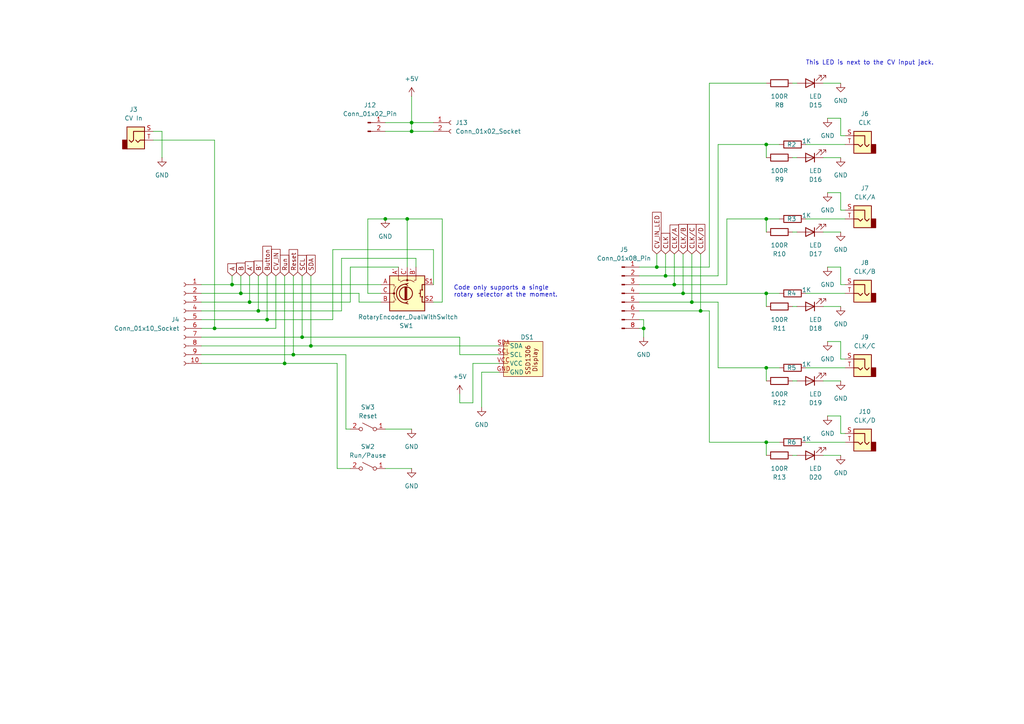
<source format=kicad_sch>
(kicad_sch (version 20250114) (generator "eeschema") (generator_version "9.0")
  (paper "A4")
  (lib_symbols
    (symbol "Connector:Conn_01x02_Pin" (pin_names (offset 1.016) (hide yes))
      (property "Reference" "J" (at 0 2.54 0))
      (property "Value" "Conn_01x02_Pin" (at 0 -5.08 0))
      (symbol "Conn_01x02_Pin_1_1"
        (rectangle (start 0.8636 0.127) (end 0 -0.127) (stroke (width 0.1524)) (fill (type outline)))
        (rectangle (start 0.8636 -2.413) (end 0 -2.667) (stroke (width 0.1524)) (fill (type outline)))
        (polyline (pts (xy 1.27 0) (xy 0.8636 0)) (stroke (width 0.1524)))
        (polyline (pts (xy 1.27 -2.54) (xy 0.8636 -2.54)) (stroke (width 0.1524)))
        (pin passive line (at 5.08 0 180) (length 3.81) (name "Pin_1") (number "1"))
        (pin passive line (at 5.08 -2.54 180) (length 3.81) (name "Pin_2") (number "2"))
      )
    )
    (symbol "Connector:Conn_01x02_Socket" (pin_names (offset 1.016) (hide yes))
      (property "Reference" "J" (at 0 2.54 0))
      (property "Value" "Conn_01x02_Socket" (at 0 -5.08 0))
      (symbol "Conn_01x02_Socket_1_1"
        (polyline (pts (xy -1.27 0) (xy -0.508 0)) (stroke (width 0.1524)))
        (polyline (pts (xy -1.27 -2.54) (xy -0.508 -2.54)) (stroke (width 0.1524)))
        (arc (start 0 -0.508) (mid -0.5058 0) (end 0 0.508) (stroke (width 0.1524)))
        (arc (start 0 -3.048) (mid -0.5058 -2.54) (end 0 -2.032) (stroke (width 0.1524)))
        (pin passive line (at -5.08 0 0) (length 3.81) (name "Pin_1") (number "1"))
        (pin passive line (at -5.08 -2.54 0) (length 3.81) (name "Pin_2") (number "2"))
      )
    )
    (symbol "Connector:Conn_01x08_Pin" (pin_names (offset 1.016) (hide yes))
      (property "Reference" "J" (at 0 10.16 0))
      (property "Value" "Conn_01x08_Pin" (at 0 -12.7 0))
      (symbol "Conn_01x08_Pin_1_1"
        (rectangle (start 0.8636 7.747) (end 0 7.493) (stroke (width 0.1524)) (fill (type outline)))
        (rectangle (start 0.8636 5.207) (end 0 4.953) (stroke (width 0.1524)) (fill (type outline)))
        (rectangle (start 0.8636 2.667) (end 0 2.413) (stroke (width 0.1524)) (fill (type outline)))
        (rectangle (start 0.8636 0.127) (end 0 -0.127) (stroke (width 0.1524)) (fill (type outline)))
        (rectangle (start 0.8636 -2.413) (end 0 -2.667) (stroke (width 0.1524)) (fill (type outline)))
        (rectangle (start 0.8636 -4.953) (end 0 -5.207) (stroke (width 0.1524)) (fill (type outline)))
        (rectangle (start 0.8636 -7.493) (end 0 -7.747) (stroke (width 0.1524)) (fill (type outline)))
        (rectangle (start 0.8636 -10.033) (end 0 -10.287) (stroke (width 0.1524)) (fill (type outline)))
        (polyline (pts (xy 1.27 7.62) (xy 0.8636 7.62)) (stroke (width 0.1524)))
        (polyline (pts (xy 1.27 5.08) (xy 0.8636 5.08)) (stroke (width 0.1524)))
        (polyline (pts (xy 1.27 2.54) (xy 0.8636 2.54)) (stroke (width 0.1524)))
        (polyline (pts (xy 1.27 0) (xy 0.8636 0)) (stroke (width 0.1524)))
        (polyline (pts (xy 1.27 -2.54) (xy 0.8636 -2.54)) (stroke (width 0.1524)))
        (polyline (pts (xy 1.27 -5.08) (xy 0.8636 -5.08)) (stroke (width 0.1524)))
        (polyline (pts (xy 1.27 -7.62) (xy 0.8636 -7.62)) (stroke (width 0.1524)))
        (polyline (pts (xy 1.27 -10.16) (xy 0.8636 -10.16)) (stroke (width 0.1524)))
        (pin passive line (at 5.08 7.62 180) (length 3.81) (name "Pin_1") (number "1"))
        (pin passive line (at 5.08 5.08 180) (length 3.81) (name "Pin_2") (number "2"))
        (pin passive line (at 5.08 2.54 180) (length 3.81) (name "Pin_3") (number "3"))
        (pin passive line (at 5.08 0 180) (length 3.81) (name "Pin_4") (number "4"))
        (pin passive line (at 5.08 -2.54 180) (length 3.81) (name "Pin_5") (number "5"))
        (pin passive line (at 5.08 -5.08 180) (length 3.81) (name "Pin_6") (number "6"))
        (pin passive line (at 5.08 -7.62 180) (length 3.81) (name "Pin_7") (number "7"))
        (pin passive line (at 5.08 -10.16 180) (length 3.81) (name "Pin_8") (number "8"))
      )
    )
    (symbol "Connector:Conn_01x10_Socket" (pin_names (offset 1.016) (hide yes))
      (property "Reference" "J" (at 0 12.7 0))
      (property "Value" "Conn_01x10_Socket" (at 0 -15.24 0))
      (symbol "Conn_01x10_Socket_1_1"
        (polyline (pts (xy -1.27 10.16) (xy -0.508 10.16)) (stroke (width 0.1524)))
        (polyline (pts (xy -1.27 7.62) (xy -0.508 7.62)) (stroke (width 0.1524)))
        (polyline (pts (xy -1.27 5.08) (xy -0.508 5.08)) (stroke (width 0.1524)))
        (polyline (pts (xy -1.27 2.54) (xy -0.508 2.54)) (stroke (width 0.1524)))
        (polyline (pts (xy -1.27 0) (xy -0.508 0)) (stroke (width 0.1524)))
        (polyline (pts (xy -1.27 -2.54) (xy -0.508 -2.54)) (stroke (width 0.1524)))
        (polyline (pts (xy -1.27 -5.08) (xy -0.508 -5.08)) (stroke (width 0.1524)))
        (polyline (pts (xy -1.27 -7.62) (xy -0.508 -7.62)) (stroke (width 0.1524)))
        (polyline (pts (xy -1.27 -10.16) (xy -0.508 -10.16)) (stroke (width 0.1524)))
        (polyline (pts (xy -1.27 -12.7) (xy -0.508 -12.7)) (stroke (width 0.1524)))
        (arc (start 0 9.652) (mid -0.5058 10.16) (end 0 10.668) (stroke (width 0.1524)))
        (arc (start 0 7.112) (mid -0.5058 7.62) (end 0 8.128) (stroke (width 0.1524)))
        (arc (start 0 4.572) (mid -0.5058 5.08) (end 0 5.588) (stroke (width 0.1524)))
        (arc (start 0 2.032) (mid -0.5058 2.54) (end 0 3.048) (stroke (width 0.1524)))
        (arc (start 0 -0.508) (mid -0.5058 0) (end 0 0.508) (stroke (width 0.1524)))
        (arc (start 0 -3.048) (mid -0.5058 -2.54) (end 0 -2.032) (stroke (width 0.1524)))
        (arc (start 0 -5.588) (mid -0.5058 -5.08) (end 0 -4.572) (stroke (width 0.1524)))
        (arc (start 0 -8.128) (mid -0.5058 -7.62) (end 0 -7.112) (stroke (width 0.1524)))
        (arc (start 0 -10.668) (mid -0.5058 -10.16) (end 0 -9.652) (stroke (width 0.1524)))
        (arc (start 0 -13.208) (mid -0.5058 -12.7) (end 0 -12.192) (stroke (width 0.1524)))
        (pin passive line (at -5.08 10.16 0) (length 3.81) (name "Pin_1") (number "1"))
        (pin passive line (at -5.08 7.62 0) (length 3.81) (name "Pin_2") (number "2"))
        (pin passive line (at -5.08 5.08 0) (length 3.81) (name "Pin_3") (number "3"))
        (pin passive line (at -5.08 2.54 0) (length 3.81) (name "Pin_4") (number "4"))
        (pin passive line (at -5.08 0 0) (length 3.81) (name "Pin_5") (number "5"))
        (pin passive line (at -5.08 -2.54 0) (length 3.81) (name "Pin_6") (number "6"))
        (pin passive line (at -5.08 -5.08 0) (length 3.81) (name "Pin_7") (number "7"))
        (pin passive line (at -5.08 -7.62 0) (length 3.81) (name "Pin_8") (number "8"))
        (pin passive line (at -5.08 -10.16 0) (length 3.81) (name "Pin_9") (number "9"))
        (pin passive line (at -5.08 -12.7 0) (length 3.81) (name "Pin_10") (number "10"))
      )
    )
    (symbol "Connector_Audio:AudioJack2"
      (property "Reference" "J" (at 0 8.89 0))
      (property "Value" "AudioJack2" (at 0 6.35 0))
      (symbol "AudioJack2_0_1"
        (rectangle (start -3.81 0) (end -2.54 -2.54) (stroke (width 0.254)) (fill (type outline)))
        (rectangle (start -2.54 3.81) (end 2.54 -2.54) (stroke (width 0.254)) (fill (type background)))
        (polyline (pts (xy 0 0) (xy 0.635 -0.635) (xy 1.27 0) (xy 2.54 0)) (stroke (width 0.254)))
        (polyline (pts (xy 2.54 2.54) (xy -0.635 2.54) (xy -0.635 0) (xy -1.27 -0.635) (xy -1.905 0)) (stroke (width 0.254)))
      )
      (symbol "AudioJack2_1_1"
        (pin passive line (at 5.08 2.54 180) (length 2.54) (name "~") (number "S"))
        (pin passive line (at 5.08 0 180) (length 2.54) (name "~") (number "T"))
      )
    )
    (symbol "Device:LED" (pin_numbers (hide yes)) (pin_names (offset 1.016) (hide yes))
      (property "Reference" "D" (at 0 2.54 0))
      (property "Value" "LED" (at 0 -2.54 0))
      (symbol "LED_0_1"
        (polyline (pts (xy -3.048 -0.762) (xy -4.572 -2.286) (xy -3.81 -2.286) (xy -4.572 -2.286) (xy -4.572 -1.524)))
        (polyline (pts (xy -1.778 -0.762) (xy -3.302 -2.286) (xy -2.54 -2.286) (xy -3.302 -2.286) (xy -3.302 -1.524)))
        (polyline (pts (xy -1.27 0) (xy 1.27 0)))
        (polyline (pts (xy -1.27 -1.27) (xy -1.27 1.27)) (stroke (width 0.254)))
        (polyline (pts (xy 1.27 -1.27) (xy 1.27 1.27) (xy -1.27 0) (xy 1.27 -1.27)) (stroke (width 0.254)))
      )
      (symbol "LED_1_1"
        (pin passive line (at -3.81 0 0) (length 2.54) (name "K") (number "1"))
        (pin passive line (at 3.81 0 180) (length 2.54) (name "A") (number "2"))
      )
    )
    (symbol "Device:R" (pin_numbers (hide yes)) (pin_names (offset 0))
      (property "Reference" "R" (at 2.032 0 90))
      (property "Value" "R" (at 0 0 90))
      (symbol "R_0_1"
        (rectangle (start -1.016 -2.54) (end 1.016 2.54) (stroke (width 0.254)))
      )
      (symbol "R_1_1"
        (pin passive line (at 0 3.81 270) (length 1.27) (name "~") (number "1"))
        (pin passive line (at 0 -3.81 90) (length 1.27) (name "~") (number "2"))
      )
    )
    (symbol "Displays:SSD1306 Module"
      (property "Reference" "DS1" (at -8.128 -2.54 0))
      (symbol "SSD1306 Module_1_1"
        (rectangle (start -12.7 8.89) (end -1.27 -1.27) (fill (type background)))
        (text "SSD1306\nDisplay" (at -9.398 4.064 900) (effects (font (size 1.27 1.27))))
        (pin power_out line (at 0 7.62 180) (length 2.54) (name "GND") (number "GND"))
        (pin power_in line (at 0 5.08 180) (length 2.54) (name "VCC") (number "VCC"))
        (pin bidirectional line (at 0 2.54 180) (length 2.54) (name "SCL") (number "SCL"))
        (pin bidirectional line (at 0 0 180) (length 2.54) (name "SDA") (number "SDA"))
      )
    )
    (symbol "Rotary Encoders:RotaryEncoder_DualWithSwitch" (pin_names (offset 0.254) (hide yes))
      (property "Reference" "SW" (at 0 -6.604 0))
      (property "Value" "RotaryEncoder_DualWithSwitch" (at 0 -8.89 0))
      (symbol "RotaryEncoder_DualWithSwitch_0_1"
        (rectangle (start -5.08 5.08) (end 5.08 -5.08) (stroke (width 0.254)) (fill (type background)))
        (polyline (pts (xy -5.08 2.54) (xy -3.81 2.54) (xy -3.81 2.032)))
        (polyline (pts (xy -5.08 0) (xy -3.81 0) (xy -3.81 -1.016) (xy -3.302 -2.032)))
        (polyline (pts (xy -5.08 -2.54) (xy -3.81 -2.54) (xy -3.81 -2.032)))
        (polyline (pts (xy -4.318 0) (xy -3.81 0) (xy -3.81 1.016) (xy -3.302 2.032)))
        (circle (center -3.81 0) (radius 0.254) (fill (type outline)))
        (polyline (pts (xy -2.54 5.08) (xy -2.54 3.81) (xy -2.032 3.81)))
        (polyline (pts (xy -0.635 -1.778) (xy -0.635 1.778)) (stroke (width 0.254)))
        (circle (center -0.381 0) (radius 1.905) (stroke (width 0.254)))
        (polyline (pts (xy -0.381 -1.778) (xy -0.381 1.778)) (stroke (width 0.254)))
        (arc (start -0.381 -2.794) (mid -3.0988 -0.0635) (end -0.381 2.667) (stroke (width 0.254)))
        (polyline (pts (xy -0.127 1.778) (xy -0.127 -1.778)) (stroke (width 0.254)))
        (polyline (pts (xy 0 5.08) (xy 0 3.81) (xy 1.016 3.81) (xy 2.032 3.302)))
        (polyline (pts (xy 0 4.318) (xy 0 3.81) (xy -1.016 3.81) (xy -2.032 3.302)))
        (circle (center 0 3.81) (radius 0.254) (fill (type outline)))
        (polyline (pts (xy 0.254 2.921) (xy -0.508 2.667) (xy 0.127 2.286)) (stroke (width 0.254)))
        (polyline (pts (xy 0.254 -3.048) (xy -0.508 -2.794) (xy 0.127 -2.413)) (stroke (width 0.254)))
        (polyline (pts (xy 2.54 5.08) (xy 2.54 3.81) (xy 2.032 3.81)))
        (polyline (pts (xy 3.81 1.016) (xy 3.81 -1.016)) (stroke (width 0.254)))
        (polyline (pts (xy 3.81 0) (xy 3.429 0)) (stroke (width 0.254)))
        (circle (center 4.318 1.016) (radius 0.127) (stroke (width 0.254)))
        (circle (center 4.318 -1.016) (radius 0.127) (stroke (width 0.254)))
        (polyline (pts (xy 5.08 2.54) (xy 4.318 2.54) (xy 4.318 1.016)) (stroke (width 0.254)))
        (polyline (pts (xy 5.08 -2.54) (xy 4.318 -2.54) (xy 4.318 -1.016)) (stroke (width 0.254)))
      )
      (symbol "RotaryEncoder_DualWithSwitch_1_1"
        (pin passive line (at -7.62 2.54 0) (length 2.54) (name "A") (number "A"))
        (pin passive line (at -7.62 0 0) (length 2.54) (name "C") (number "C"))
        (pin passive line (at -7.62 -2.54 0) (length 2.54) (name "B") (number "B"))
        (pin passive line (at -2.54 7.62 270) (length 2.54) (name "A'") (number "A'"))
        (pin passive line (at 0 7.62 270) (length 2.54) (name "C'") (number "C'"))
        (pin passive line (at 2.54 7.62 270) (length 2.54) (name "B'") (number "B'"))
        (pin passive line (at 7.62 2.54 180) (length 2.54) (name "S1") (number "S1"))
        (pin passive line (at 7.62 -2.54 180) (length 2.54) (name "S2") (number "S2"))
      )
    )
    (symbol "Switch:SW_SPST" (pin_names (offset 0) (hide yes))
      (property "Reference" "SW" (at 0 3.175 0))
      (property "Value" "SW_SPST" (at 0 -2.54 0))
      (symbol "SW_SPST_0_0"
        (circle (center -2.032 0) (radius 0.508))
        (polyline (pts (xy -1.524 0.254) (xy 1.524 1.778)))
        (circle (center 2.032 0) (radius 0.508))
      )
      (symbol "SW_SPST_1_1"
        (pin passive line (at -5.08 0 0) (length 2.54) (name "A") (number "1"))
        (pin passive line (at 5.08 0 180) (length 2.54) (name "B") (number "2"))
      )
    )
    (symbol "power:+5V" (power) (pin_numbers (hide yes)) (pin_names (offset 0) (hide yes))
      (property "Value" "+5V" (at 0 3.556 0))
      (symbol "+5V_0_1"
        (polyline (pts (xy -0.762 1.27) (xy 0 2.54)))
        (polyline (pts (xy 0 2.54) (xy 0.762 1.27)))
        (polyline (pts (xy 0 0) (xy 0 2.54)))
      )
      (symbol "+5V_1_1"
        (pin power_in line (at 0 0 90) (length 0) (name "~") (number "1"))
      )
    )
    (symbol "power:GND" (power) (pin_numbers (hide yes)) (pin_names (offset 0) (hide yes))
      (property "Value" "GND" (at 0 -3.81 0))
      (symbol "GND_0_1"
        (polyline (pts (xy 0 0) (xy 0 -1.27) (xy 1.27 -1.27) (xy 0 -2.54) (xy -1.27 -1.27) (xy 0 -1.27)))
      )
      (symbol "GND_1_1"
        (pin power_in line (at 0 0 270) (length 0) (name "~") (number "1"))
      )
    )
  )
  (text "Code only supports a single \nrotary selector at the moment." (at 131.572 84.582 0) (effects (font (size 1.27 1.27)) (justify left)))
  (text "This LED is next to the CV input jack." (at 233.68 18.288 0) (effects (font (size 1.27 1.27)) (justify left)))
  (junction (at 111.76 63.5))
  (junction (at 118.11 63.5))
  (junction (at 222.25 63.5))
  (junction (at 77.47 92.71))
  (junction (at 193.04 80.01))
  (junction (at 119.38 38.1))
  (junction (at 222.25 128.27))
  (junction (at 72.39 87.63))
  (junction (at 186.69 95.25))
  (junction (at 222.25 85.09))
  (junction (at 67.31 82.55))
  (junction (at 119.38 35.56))
  (junction (at 190.5 77.47))
  (junction (at 82.55 105.41))
  (junction (at 87.63 97.79))
  (junction (at 85.09 102.87))
  (junction (at 198.12 85.09))
  (junction (at 222.25 41.91))
  (junction (at 195.58 82.55))
  (junction (at 69.85 85.09))
  (junction (at 90.17 100.33))
  (junction (at 203.2 90.17))
  (junction (at 200.66 87.63))
  (junction (at 74.93 90.17))
  (junction (at 222.25 106.68))
  (junction (at 62.23 95.25))
  (wire (pts (xy 104.14 87.63) (xy 104.14 85.09)))
  (wire (pts (xy 101.6 124.46) (xy 100.33 124.46)))
  (wire (pts (xy 205.74 24.13) (xy 205.74 77.47)))
  (wire (pts (xy 243.84 24.13) (xy 238.76 24.13)))
  (wire (pts (xy 245.11 106.68) (xy 233.68 106.68)))
  (wire (pts (xy 208.28 87.63) (xy 200.66 87.63)))
  (wire (pts (xy 245.11 104.14) (xy 243.84 104.14)))
  (wire (pts (xy 198.12 73.66) (xy 198.12 85.09)))
  (wire (pts (xy 245.11 39.37) (xy 243.84 39.37)))
  (wire (pts (xy 243.84 99.06) (xy 243.84 104.14)))
  (wire (pts (xy 125.73 87.63) (xy 128.27 87.63)))
  (wire (pts (xy 190.5 77.47) (xy 185.42 77.47)))
  (wire (pts (xy 97.79 105.41) (xy 97.79 135.89)))
  (wire (pts (xy 58.42 102.87) (xy 85.09 102.87)))
  (wire (pts (xy 222.25 128.27) (xy 205.74 128.27)))
  (wire (pts (xy 58.42 95.25) (xy 62.23 95.25)))
  (wire (pts (xy 90.17 80.01) (xy 90.17 100.33)))
  (wire (pts (xy 203.2 73.66) (xy 203.2 90.17)))
  (wire (pts (xy 240.03 77.47) (xy 243.84 77.47)))
  (wire (pts (xy 243.84 132.08) (xy 238.76 132.08)))
  (wire (pts (xy 200.66 73.66) (xy 200.66 87.63)))
  (wire (pts (xy 243.84 55.88) (xy 243.84 60.96)))
  (wire (pts (xy 128.27 87.63) (xy 128.27 63.5)))
  (wire (pts (xy 77.47 92.71) (xy 96.52 92.71)))
  (wire (pts (xy 144.78 102.87) (xy 133.35 102.87)))
  (wire (pts (xy 133.35 116.84) (xy 137.16 116.84)))
  (wire (pts (xy 208.28 41.91) (xy 222.25 41.91)))
  (wire (pts (xy 208.28 106.68) (xy 208.28 87.63)))
  (wire (pts (xy 137.16 105.41) (xy 144.78 105.41)))
  (wire (pts (xy 208.28 80.01) (xy 208.28 41.91)))
  (wire (pts (xy 87.63 80.01) (xy 87.63 97.79)))
  (wire (pts (xy 190.5 73.66) (xy 190.5 77.47)))
  (wire (pts (xy 243.84 34.29) (xy 243.84 39.37)))
  (wire (pts (xy 106.68 85.09) (xy 106.68 63.5)))
  (wire (pts (xy 243.84 45.72) (xy 238.76 45.72)))
  (wire (pts (xy 226.06 63.5) (xy 222.25 63.5)))
  (wire (pts (xy 137.16 116.84) (xy 137.16 105.41)))
  (wire (pts (xy 72.39 87.63) (xy 58.42 87.63)))
  (wire (pts (xy 245.11 41.91) (xy 233.68 41.91)))
  (wire (pts (xy 200.66 87.63) (xy 185.42 87.63)))
  (wire (pts (xy 120.65 74.93) (xy 120.65 77.47)))
  (wire (pts (xy 222.25 41.91) (xy 222.25 45.72)))
  (wire (pts (xy 203.2 90.17) (xy 185.42 90.17)))
  (wire (pts (xy 226.06 85.09) (xy 222.25 85.09)))
  (wire (pts (xy 205.74 77.47) (xy 190.5 77.47)))
  (wire (pts (xy 110.49 85.09) (xy 106.68 85.09)))
  (wire (pts (xy 67.31 82.55) (xy 58.42 82.55)))
  (wire (pts (xy 72.39 87.63) (xy 101.6 87.63)))
  (wire (pts (xy 118.11 63.5) (xy 111.76 63.5)))
  (wire (pts (xy 185.42 92.71) (xy 186.69 92.71)))
  (wire (pts (xy 119.38 35.56) (xy 125.73 35.56)))
  (wire (pts (xy 195.58 82.55) (xy 210.82 82.55)))
  (wire (pts (xy 144.78 100.33) (xy 90.17 100.33)))
  (wire (pts (xy 243.84 110.49) (xy 238.76 110.49)))
  (wire (pts (xy 46.99 38.1) (xy 46.99 45.72)))
  (wire (pts (xy 80.01 80.01) (xy 80.01 95.25)))
  (wire (pts (xy 99.06 90.17) (xy 99.06 74.93)))
  (wire (pts (xy 101.6 87.63) (xy 101.6 77.47)))
  (wire (pts (xy 193.04 80.01) (xy 208.28 80.01)))
  (wire (pts (xy 119.38 35.56) (xy 119.38 38.1)))
  (wire (pts (xy 133.35 97.79) (xy 87.63 97.79)))
  (wire (pts (xy 72.39 80.01) (xy 72.39 87.63)))
  (wire (pts (xy 100.33 102.87) (xy 100.33 124.46)))
  (wire (pts (xy 240.03 55.88) (xy 243.84 55.88)))
  (wire (pts (xy 243.84 77.47) (xy 243.84 82.55)))
  (wire (pts (xy 133.35 114.3) (xy 133.35 116.84)))
  (wire (pts (xy 240.03 120.65) (xy 243.84 120.65)))
  (wire (pts (xy 231.14 45.72) (xy 229.87 45.72)))
  (wire (pts (xy 106.68 63.5) (xy 111.76 63.5)))
  (wire (pts (xy 210.82 82.55) (xy 210.82 63.5)))
  (wire (pts (xy 125.73 38.1) (xy 119.38 38.1)))
  (wire (pts (xy 195.58 73.66) (xy 195.58 82.55)))
  (wire (pts (xy 69.85 85.09) (xy 104.14 85.09)))
  (wire (pts (xy 62.23 40.64) (xy 62.23 95.25)))
  (wire (pts (xy 210.82 63.5) (xy 222.25 63.5)))
  (wire (pts (xy 231.14 24.13) (xy 229.87 24.13)))
  (wire (pts (xy 193.04 80.01) (xy 185.42 80.01)))
  (wire (pts (xy 245.11 125.73) (xy 243.84 125.73)))
  (wire (pts (xy 97.79 135.89) (xy 101.6 135.89)))
  (wire (pts (xy 205.74 24.13) (xy 222.25 24.13)))
  (wire (pts (xy 69.85 80.01) (xy 69.85 85.09)))
  (wire (pts (xy 186.69 92.71) (xy 186.69 95.25)))
  (wire (pts (xy 243.84 120.65) (xy 243.84 125.73)))
  (wire (pts (xy 231.14 132.08) (xy 229.87 132.08)))
  (wire (pts (xy 240.03 34.29) (xy 243.84 34.29)))
  (wire (pts (xy 85.09 80.01) (xy 85.09 102.87)))
  (wire (pts (xy 186.69 95.25) (xy 186.69 97.79)))
  (wire (pts (xy 111.76 35.56) (xy 119.38 35.56)))
  (wire (pts (xy 133.35 102.87) (xy 133.35 97.79)))
  (wire (pts (xy 243.84 88.9) (xy 238.76 88.9)))
  (wire (pts (xy 222.25 63.5) (xy 222.25 67.31)))
  (wire (pts (xy 82.55 105.41) (xy 97.79 105.41)))
  (wire (pts (xy 101.6 77.47) (xy 115.57 77.47)))
  (wire (pts (xy 245.11 128.27) (xy 233.68 128.27)))
  (wire (pts (xy 77.47 92.71) (xy 58.42 92.71)))
  (wire (pts (xy 111.76 38.1) (xy 119.38 38.1)))
  (wire (pts (xy 96.52 72.39) (xy 96.52 92.71)))
  (wire (pts (xy 118.11 63.5) (xy 118.11 77.47)))
  (wire (pts (xy 193.04 73.66) (xy 193.04 80.01)))
  (wire (pts (xy 74.93 90.17) (xy 99.06 90.17)))
  (wire (pts (xy 62.23 95.25) (xy 80.01 95.25)))
  (wire (pts (xy 222.25 106.68) (xy 208.28 106.68)))
  (wire (pts (xy 226.06 41.91) (xy 222.25 41.91)))
  (wire (pts (xy 74.93 80.01) (xy 74.93 90.17)))
  (wire (pts (xy 245.11 85.09) (xy 233.68 85.09)))
  (wire (pts (xy 44.45 40.64) (xy 62.23 40.64)))
  (wire (pts (xy 125.73 82.55) (xy 125.73 72.39)))
  (wire (pts (xy 231.14 88.9) (xy 229.87 88.9)))
  (wire (pts (xy 119.38 35.56) (xy 119.38 27.94)))
  (wire (pts (xy 205.74 90.17) (xy 203.2 90.17)))
  (wire (pts (xy 226.06 106.68) (xy 222.25 106.68)))
  (wire (pts (xy 58.42 100.33) (xy 90.17 100.33)))
  (wire (pts (xy 67.31 80.01) (xy 67.31 82.55)))
  (wire (pts (xy 119.38 124.46) (xy 111.76 124.46)))
  (wire (pts (xy 186.69 95.25) (xy 185.42 95.25)))
  (wire (pts (xy 69.85 85.09) (xy 58.42 85.09)))
  (wire (pts (xy 245.11 63.5) (xy 233.68 63.5)))
  (wire (pts (xy 222.25 128.27) (xy 222.25 132.08)))
  (wire (pts (xy 58.42 105.41) (xy 82.55 105.41)))
  (wire (pts (xy 85.09 102.87) (xy 100.33 102.87)))
  (wire (pts (xy 243.84 67.31) (xy 238.76 67.31)))
  (wire (pts (xy 82.55 80.01) (xy 82.55 105.41)))
  (wire (pts (xy 77.47 80.01) (xy 77.47 92.71)))
  (wire (pts (xy 226.06 128.27) (xy 222.25 128.27)))
  (wire (pts (xy 240.03 99.06) (xy 243.84 99.06)))
  (wire (pts (xy 119.38 135.89) (xy 111.76 135.89)))
  (wire (pts (xy 99.06 74.93) (xy 120.65 74.93)))
  (wire (pts (xy 128.27 63.5) (xy 118.11 63.5)))
  (wire (pts (xy 222.25 85.09) (xy 222.25 88.9)))
  (wire (pts (xy 198.12 85.09) (xy 222.25 85.09)))
  (wire (pts (xy 44.45 38.1) (xy 46.99 38.1)))
  (wire (pts (xy 58.42 97.79) (xy 87.63 97.79)))
  (wire (pts (xy 139.7 107.95) (xy 144.78 107.95)))
  (wire (pts (xy 222.25 106.68) (xy 222.25 110.49)))
  (wire (pts (xy 139.7 118.11) (xy 139.7 107.95)))
  (wire (pts (xy 245.11 60.96) (xy 243.84 60.96)))
  (wire (pts (xy 198.12 85.09) (xy 185.42 85.09)))
  (wire (pts (xy 205.74 128.27) (xy 205.74 90.17)))
  (wire (pts (xy 231.14 67.31) (xy 229.87 67.31)))
  (wire (pts (xy 231.14 110.49) (xy 229.87 110.49)))
  (wire (pts (xy 74.93 90.17) (xy 58.42 90.17)))
  (wire (pts (xy 67.31 82.55) (xy 110.49 82.55)))
  (wire (pts (xy 195.58 82.55) (xy 185.42 82.55)))
  (wire (pts (xy 110.49 87.63) (xy 104.14 87.63)))
  (wire (pts (xy 96.52 72.39) (xy 125.73 72.39)))
  (wire (pts (xy 245.11 82.55) (xy 243.84 82.55)))
  (global_label "Run" (shape input) (at 82.55 80.01 90) (property "Intersheetrefs" "${INTERSHEET_REFS}" (effects (hide yes))))
  (global_label "CLK{slash}A" (shape input) (at 195.58 73.66 90) (property "Intersheetrefs" "${INTERSHEET_REFS}" (effects (hide yes))))
  (global_label "CV_IN" (shape input) (at 80.01 80.01 90) (property "Intersheetrefs" "${INTERSHEET_REFS}" (effects (hide yes))))
  (global_label "CLK{slash}D" (shape input) (at 203.2 73.66 90) (property "Intersheetrefs" "${INTERSHEET_REFS}" (effects (hide yes))))
  (global_label "Button" (shape input) (at 77.47 80.01 90) (property "Intersheetrefs" "${INTERSHEET_REFS}" (effects (hide yes))))
  (global_label "Reset" (shape input) (at 85.09 80.01 90) (property "Intersheetrefs" "${INTERSHEET_REFS}" (effects (hide yes))))
  (global_label "B'" (shape input) (at 74.93 80.01 90) (property "Intersheetrefs" "${INTERSHEET_REFS}" (effects (hide yes))))
  (global_label "SCL" (shape input) (at 87.63 80.01 90) (property "Intersheetrefs" "${INTERSHEET_REFS}" (effects (hide yes))))
  (global_label "B" (shape input) (at 69.85 80.01 90) (property "Intersheetrefs" "${INTERSHEET_REFS}" (effects (hide yes))))
  (global_label "CLK{slash}C" (shape input) (at 200.66 73.66 90) (property "Intersheetrefs" "${INTERSHEET_REFS}" (effects (hide yes))))
  (global_label "CLK" (shape input) (at 193.04 73.66 90) (property "Intersheetrefs" "${INTERSHEET_REFS}" (effects (hide yes))))
  (global_label "CLK{slash}B" (shape input) (at 198.12 73.66 90) (property "Intersheetrefs" "${INTERSHEET_REFS}" (effects (hide yes))))
  (global_label "A" (shape input) (at 67.31 80.01 90) (property "Intersheetrefs" "${INTERSHEET_REFS}" (effects (hide yes))))
  (global_label "CV_IN_LED" (shape input) (at 190.5 73.66 90) (property "Intersheetrefs" "${INTERSHEET_REFS}" (effects (hide yes))))
  (global_label "A'" (shape input) (at 72.39 80.01 90) (property "Intersheetrefs" "${INTERSHEET_REFS}" (effects (hide yes))))
  (global_label "SDA" (shape input) (at 90.17 80.01 90) (property "Intersheetrefs" "${INTERSHEET_REFS}" (effects (hide yes))))
  (symbol (lib_id "Device:LED") (at 234.95 132.08 180) (unit 1)
    (property "Reference" "D20" (at 236.5375 138.43 0))
    (property "Value" "LED" (at 236.5375 135.89 0))
    (property "Footprint" "LED_THT:LED_D3.0mm_FlatTop" (effects (hide yes)))
    (property "Description" "Light emitting diode" (effects (hide yes)))
    (property "Sim.Pins" "1=K 2=A" (effects (hide yes)))
  )
  (symbol (lib_id "Connector_Audio:AudioJack2") (at 250.19 85.09 0) (mirror y) (unit 1)
    (property "Reference" "J8" (at 250.825 76.2 0))
    (property "Value" "CLK/B" (at 250.825 78.74 0))
    (property "Footprint" "Connector_Audio:Jack_3.5mm_QingPu_WQP-PJ398SM_Vertical_CircularHoles" (effects (hide yes)))
    (property "Description" "Audio Jack, 2 Poles (Mono / TS)" (effects (hide yes)))
  )
  (symbol (lib_id "Displays:SSD1306 Module") (at 144.78 100.33 180) (unit 1)
    (property "Reference" "DS1" (at 152.908 97.79 0))
    (property "Footprint" "Displays:SSD1306_0.96_I2C_Display" (effects (hide yes)))
  )
  (symbol (lib_id "Connector:Conn_01x10_Socket") (at 53.34 92.71 0) (mirror y) (unit 1)
    (property "Reference" "J4" (at 52.07 92.7099 0) (effects (justify left)))
    (property "Value" "Conn_01x10_Socket" (at 52.07 95.2499 0) (effects (justify left)))
    (property "Footprint" "Connector_PinSocket_2.54mm:PinSocket_1x10_P2.54mm_Vertical" (effects (hide yes)))
    (property "Description" "Generic connector, single row, 01x10, script generated" (effects (hide yes)))
  )
  (symbol (lib_id "Connector_Audio:AudioJack2") (at 250.19 41.91 0) (mirror y) (unit 1)
    (property "Reference" "J6" (at 250.825 33.02 0))
    (property "Value" "CLK" (at 250.825 35.56 0))
    (property "Footprint" "Connector_Audio:Jack_3.5mm_QingPu_WQP-PJ398SM_Vertical_CircularHoles" (effects (hide yes)))
    (property "Description" "Audio Jack, 2 Poles (Mono / TS)" (effects (hide yes)))
  )
  (symbol (lib_id "power:GND") (at 243.84 67.31 0) (mirror y) (unit 1)
    (property "Reference" "#PWR026" (effects (hide yes)))
    (property "Value" "GND" (at 243.84 72.39 0))
    (property "Description" "Power symbol creates a global label with name \"GND\" , ground" (effects (hide yes)))
  )
  (symbol (lib_id "Connector_Audio:AudioJack2") (at 250.19 106.68 0) (mirror y) (unit 1)
    (property "Reference" "J9" (at 250.825 97.79 0))
    (property "Value" "CLK/C" (at 250.825 100.33 0))
    (property "Footprint" "Connector_Audio:Jack_3.5mm_QingPu_WQP-PJ398SM_Vertical_CircularHoles" (effects (hide yes)))
    (property "Description" "Audio Jack, 2 Poles (Mono / TS)" (effects (hide yes)))
  )
  (symbol (lib_id "Device:R") (at 226.06 45.72 270) (unit 1)
    (property "Reference" "R9" (at 226.06 52.07 90))
    (property "Value" "100R" (at 226.06 49.53 90))
    (property "Footprint" "Resistor_THT:R_Axial_DIN0204_L3.6mm_D1.6mm_P2.54mm_Vertical" (effects (hide yes)))
    (property "Description" "Resistor" (effects (hide yes)))
  )
  (symbol (lib_id "Connector:Conn_01x02_Pin") (at 106.68 35.56 0) (unit 1)
    (property "Reference" "J12" (at 107.315 30.48 0))
    (property "Value" "Conn_01x02_Pin" (at 107.315 33.02 0))
    (property "Footprint" "Connector_PinHeader_2.54mm:PinHeader_1x02_P2.54mm_Vertical" (effects (hide yes)))
    (property "Description" "Generic connector, single row, 01x02, script generated" (effects (hide yes)))
  )
  (symbol (lib_id "power:GND") (at 243.84 132.08 0) (mirror y) (unit 1)
    (property "Reference" "#PWR029" (effects (hide yes)))
    (property "Value" "GND" (at 243.84 137.16 0))
    (property "Description" "Power symbol creates a global label with name \"GND\" , ground" (effects (hide yes)))
  )
  (symbol (lib_id "Switch:SW_SPST") (at 106.68 135.89 0) (mirror y) (unit 1)
    (property "Reference" "SW2" (at 106.68 129.54 0))
    (property "Value" "Run/Pause" (at 106.68 132.08 0))
    (property "Footprint" "Button_Switch_THT:SW_PUSH_6mm_H4.3mm" (effects (hide yes)))
    (property "Description" "Single Pole Single Throw (SPST) switch" (effects (hide yes)))
  )
  (symbol (lib_id "power:+5V") (at 133.35 114.3 0) (unit 1)
    (property "Reference" "#PWR014" (effects (hide yes)))
    (property "Value" "+5V" (at 133.35 109.22 0))
    (property "Description" "Power symbol creates a global label with name \"+5V\"" (effects (hide yes)))
  )
  (symbol (lib_id "power:GND") (at 111.76 63.5 0) (mirror y) (unit 1)
    (property "Reference" "#PWR015" (effects (hide yes)))
    (property "Value" "GND" (at 111.76 68.58 0))
    (property "Description" "Power symbol creates a global label with name \"GND\" , ground" (effects (hide yes)))
  )
  (symbol (lib_id "Device:LED") (at 234.95 24.13 180) (unit 1)
    (property "Reference" "D15" (at 236.5375 30.48 0))
    (property "Value" "LED" (at 236.5375 27.94 0))
    (property "Footprint" "LED_THT:LED_D3.0mm_FlatTop" (effects (hide yes)))
    (property "Description" "Light emitting diode" (effects (hide yes)))
    (property "Sim.Pins" "1=K 2=A" (effects (hide yes)))
  )
  (symbol (lib_id "Rotary Encoders:RotaryEncoder_DualWithSwitch") (at 118.11 85.09 0) (unit 1)
    (property "Reference" "SW1" (at 117.856 94.488 0))
    (property "Value" "RotaryEncoder_DualWithSwitch" (at 118.364 91.948 0))
    (property "Footprint" "Rotary Encoders:RotaryEncoder_Vertical_H25mm_Dual_PushButton" (effects (hide yes)))
    (property "Description" "Rotary encoder, dual channel, incremental quadrate outputs, with switch" (effects (hide yes)))
  )
  (symbol (lib_id "Connector:Conn_01x08_Pin") (at 180.34 85.09 0) (unit 1)
    (property "Reference" "J5" (at 180.975 72.39 0))
    (property "Value" "Conn_01x08_Pin" (at 180.975 74.93 0))
    (property "Footprint" "Connector_PinSocket_2.54mm:PinSocket_1x08_P2.54mm_Vertical" (effects (hide yes)))
    (property "Description" "Generic connector, single row, 01x08, script generated" (effects (hide yes)))
  )
  (symbol (lib_id "power:GND") (at 240.03 99.06 0) (mirror y) (unit 1)
    (property "Reference" "#PWR022" (effects (hide yes)))
    (property "Value" "GND" (at 240.03 104.14 0))
    (property "Description" "Power symbol creates a global label with name \"GND\" , ground" (effects (hide yes)))
  )
  (symbol (lib_id "Device:LED") (at 234.95 110.49 180) (unit 1)
    (property "Reference" "D19" (at 236.5375 116.84 0))
    (property "Value" "LED" (at 236.5375 114.3 0))
    (property "Footprint" "LED_THT:LED_D3.0mm_FlatTop" (effects (hide yes)))
    (property "Description" "Light emitting diode" (effects (hide yes)))
    (property "Sim.Pins" "1=K 2=A" (effects (hide yes)))
  )
  (symbol (lib_id "power:GND") (at 186.69 97.79 0) (unit 1)
    (property "Reference" "#PWR018" (effects (hide yes)))
    (property "Value" "GND" (at 186.69 102.87 0))
    (property "Description" "Power symbol creates a global label with name \"GND\" , ground" (effects (hide yes)))
  )
  (symbol (lib_id "Connector_Audio:AudioJack2") (at 250.19 128.27 0) (mirror y) (unit 1)
    (property "Reference" "J10" (at 250.825 119.38 0))
    (property "Value" "CLK/D" (at 250.825 121.92 0))
    (property "Footprint" "Connector_Audio:Jack_3.5mm_QingPu_WQP-PJ398SM_Vertical_CircularHoles" (effects (hide yes)))
    (property "Description" "Audio Jack, 2 Poles (Mono / TS)" (effects (hide yes)))
  )
  (symbol (lib_id "power:+5V") (at 119.38 27.94 0) (unit 1)
    (property "Reference" "#PWR035" (effects (hide yes)))
    (property "Value" "+5V" (at 119.38 22.86 0))
    (property "Description" "Power symbol creates a global label with name \"+5V\"" (effects (hide yes)))
  )
  (symbol (lib_id "power:GND") (at 119.38 124.46 0) (unit 1)
    (property "Reference" "#PWR017" (effects (hide yes)))
    (property "Value" "GND" (at 119.38 129.54 0))
    (property "Description" "Power symbol creates a global label with name \"GND\" , ground" (effects (hide yes)))
  )
  (symbol (lib_id "Device:R") (at 229.87 106.68 90) (unit 1)
    (property "Reference" "R5" (at 229.616 106.68 90))
    (property "Value" "1K" (at 233.934 105.664 90))
    (property "Footprint" "Resistor_THT:R_Axial_DIN0204_L3.6mm_D1.6mm_P2.54mm_Vertical" (effects (hide yes)))
    (property "Description" "Resistor" (effects (hide yes)))
  )
  (symbol (lib_id "power:GND") (at 240.03 120.65 0) (mirror y) (unit 1)
    (property "Reference" "#PWR023" (effects (hide yes)))
    (property "Value" "GND" (at 240.03 125.73 0))
    (property "Description" "Power symbol creates a global label with name \"GND\" , ground" (effects (hide yes)))
  )
  (symbol (lib_id "power:GND") (at 240.03 34.29 0) (mirror y) (unit 1)
    (property "Reference" "#PWR019" (effects (hide yes)))
    (property "Value" "GND" (at 240.03 39.37 0))
    (property "Description" "Power symbol creates a global label with name \"GND\" , ground" (effects (hide yes)))
  )
  (symbol (lib_id "power:GND") (at 243.84 88.9 0) (mirror y) (unit 1)
    (property "Reference" "#PWR027" (effects (hide yes)))
    (property "Value" "GND" (at 243.84 93.98 0))
    (property "Description" "Power symbol creates a global label with name \"GND\" , ground" (effects (hide yes)))
  )
  (symbol (lib_id "Connector_Audio:AudioJack2") (at 39.37 40.64 0) (unit 1)
    (property "Reference" "J3" (at 38.735 31.75 0))
    (property "Value" "CV In" (at 38.735 34.29 0))
    (property "Footprint" "Connector_Audio:Jack_3.5mm_QingPu_WQP-PJ398SM_Vertical_CircularHoles" (effects (hide yes)))
    (property "Description" "Audio Jack, 2 Poles (Mono / TS)" (effects (hide yes)))
  )
  (symbol (lib_id "Device:R") (at 229.87 41.91 90) (unit 1)
    (property "Reference" "R2" (at 229.616 41.91 90))
    (property "Value" "1K" (at 233.934 40.894 90))
    (property "Footprint" "Resistor_THT:R_Axial_DIN0204_L3.6mm_D1.6mm_P2.54mm_Vertical" (effects (hide yes)))
    (property "Description" "Resistor" (effects (hide yes)))
  )
  (symbol (lib_id "Device:LED") (at 234.95 88.9 180) (unit 1)
    (property "Reference" "D18" (at 236.5375 95.25 0))
    (property "Value" "LED" (at 236.5375 92.71 0))
    (property "Footprint" "LED_THT:LED_D3.0mm_FlatTop" (effects (hide yes)))
    (property "Description" "Light emitting diode" (effects (hide yes)))
    (property "Sim.Pins" "1=K 2=A" (effects (hide yes)))
  )
  (symbol (lib_id "Device:R") (at 226.06 24.13 270) (unit 1)
    (property "Reference" "R8" (at 226.06 30.48 90))
    (property "Value" "100R" (at 226.06 27.94 90))
    (property "Footprint" "Resistor_THT:R_Axial_DIN0204_L3.6mm_D1.6mm_P2.54mm_Vertical" (effects (hide yes)))
    (property "Description" "Resistor" (effects (hide yes)))
  )
  (symbol (lib_id "power:GND") (at 243.84 45.72 0) (mirror y) (unit 1)
    (property "Reference" "#PWR025" (effects (hide yes)))
    (property "Value" "GND" (at 243.84 50.8 0))
    (property "Description" "Power symbol creates a global label with name \"GND\" , ground" (effects (hide yes)))
  )
  (symbol (lib_id "Connector:Conn_01x02_Socket") (at 130.81 35.56 0) (unit 1)
    (property "Reference" "J13" (at 132.08 35.5599 0) (effects (justify left)))
    (property "Value" "Conn_01x02_Socket" (at 132.08 38.0999 0) (effects (justify left)))
    (property "Footprint" "Connector_PinSocket_2.54mm:PinSocket_1x02_P2.54mm_Vertical" (effects (hide yes)))
    (property "Description" "Generic connector, single row, 01x02, script generated" (effects (hide yes)))
  )
  (symbol (lib_id "power:GND") (at 243.84 24.13 0) (mirror y) (unit 1)
    (property "Reference" "#PWR024" (effects (hide yes)))
    (property "Value" "GND" (at 243.84 29.21 0))
    (property "Description" "Power symbol creates a global label with name \"GND\" , ground" (effects (hide yes)))
  )
  (symbol (lib_id "Device:R") (at 226.06 110.49 270) (unit 1)
    (property "Reference" "R12" (at 226.06 116.84 90))
    (property "Value" "100R" (at 226.06 114.3 90))
    (property "Footprint" "Resistor_THT:R_Axial_DIN0204_L3.6mm_D1.6mm_P2.54mm_Vertical" (effects (hide yes)))
    (property "Description" "Resistor" (effects (hide yes)))
  )
  (symbol (lib_id "Device:R") (at 229.87 128.27 90) (unit 1)
    (property "Reference" "R6" (at 229.616 128.27 90))
    (property "Value" "1K" (at 233.934 127.254 90))
    (property "Footprint" "Resistor_THT:R_Axial_DIN0204_L3.6mm_D1.6mm_P2.54mm_Vertical" (effects (hide yes)))
    (property "Description" "Resistor" (effects (hide yes)))
  )
  (symbol (lib_id "Device:LED") (at 234.95 45.72 180) (unit 1)
    (property "Reference" "D16" (at 236.5375 52.07 0))
    (property "Value" "LED" (at 236.5375 49.53 0))
    (property "Footprint" "LED_THT:LED_D3.0mm_FlatTop" (effects (hide yes)))
    (property "Description" "Light emitting diode" (effects (hide yes)))
    (property "Sim.Pins" "1=K 2=A" (effects (hide yes)))
  )
  (symbol (lib_id "Device:LED") (at 234.95 67.31 180) (unit 1)
    (property "Reference" "D17" (at 236.5375 73.66 0))
    (property "Value" "LED" (at 236.5375 71.12 0))
    (property "Footprint" "LED_THT:LED_D3.0mm_FlatTop" (effects (hide yes)))
    (property "Description" "Light emitting diode" (effects (hide yes)))
    (property "Sim.Pins" "1=K 2=A" (effects (hide yes)))
  )
  (symbol (lib_id "Device:R") (at 226.06 132.08 270) (unit 1)
    (property "Reference" "R13" (at 226.06 138.43 90))
    (property "Value" "100R" (at 226.06 135.89 90))
    (property "Footprint" "Resistor_THT:R_Axial_DIN0204_L3.6mm_D1.6mm_P2.54mm_Vertical" (effects (hide yes)))
    (property "Description" "Resistor" (effects (hide yes)))
  )
  (symbol (lib_id "power:GND") (at 139.7 118.11 0) (unit 1)
    (property "Reference" "#PWR013" (effects (hide yes)))
    (property "Value" "GND" (at 139.7 123.19 0))
    (property "Description" "Power symbol creates a global label with name \"GND\" , ground" (effects (hide yes)))
  )
  (symbol (lib_id "power:GND") (at 240.03 77.47 0) (mirror y) (unit 1)
    (property "Reference" "#PWR021" (effects (hide yes)))
    (property "Value" "GND" (at 240.03 82.55 0))
    (property "Description" "Power symbol creates a global label with name \"GND\" , ground" (effects (hide yes)))
  )
  (symbol (lib_id "Connector_Audio:AudioJack2") (at 250.19 63.5 0) (mirror y) (unit 1)
    (property "Reference" "J7" (at 250.825 54.61 0))
    (property "Value" "CLK/A" (at 250.825 57.15 0))
    (property "Footprint" "Connector_Audio:Jack_3.5mm_QingPu_WQP-PJ398SM_Vertical_CircularHoles" (effects (hide yes)))
    (property "Description" "Audio Jack, 2 Poles (Mono / TS)" (effects (hide yes)))
  )
  (symbol (lib_id "power:GND") (at 243.84 110.49 0) (mirror y) (unit 1)
    (property "Reference" "#PWR028" (effects (hide yes)))
    (property "Value" "GND" (at 243.84 115.57 0))
    (property "Description" "Power symbol creates a global label with name \"GND\" , ground" (effects (hide yes)))
  )
  (symbol (lib_id "power:GND") (at 46.99 45.72 0) (mirror y) (unit 1)
    (property "Reference" "#PWR012" (effects (hide yes)))
    (property "Value" "GND" (at 46.99 50.8 0))
    (property "Description" "Power symbol creates a global label with name \"GND\" , ground" (effects (hide yes)))
  )
  (symbol (lib_id "Device:R") (at 226.06 88.9 270) (unit 1)
    (property "Reference" "R11" (at 226.06 95.25 90))
    (property "Value" "100R" (at 226.06 92.71 90))
    (property "Footprint" "Resistor_THT:R_Axial_DIN0204_L3.6mm_D1.6mm_P2.54mm_Vertical" (effects (hide yes)))
    (property "Description" "Resistor" (effects (hide yes)))
  )
  (symbol (lib_id "Device:R") (at 229.87 63.5 90) (unit 1)
    (property "Reference" "R3" (at 229.616 63.5 90))
    (property "Value" "1K" (at 233.934 62.484 90))
    (property "Footprint" "Resistor_THT:R_Axial_DIN0204_L3.6mm_D1.6mm_P2.54mm_Vertical" (effects (hide yes)))
    (property "Description" "Resistor" (effects (hide yes)))
  )
  (symbol (lib_id "Device:R") (at 226.06 67.31 270) (unit 1)
    (property "Reference" "R10" (at 226.06 73.66 90))
    (property "Value" "100R" (at 226.06 71.12 90))
    (property "Footprint" "Resistor_THT:R_Axial_DIN0204_L3.6mm_D1.6mm_P2.54mm_Vertical" (effects (hide yes)))
    (property "Description" "Resistor" (effects (hide yes)))
  )
  (symbol (lib_id "Switch:SW_SPST") (at 106.68 124.46 0) (mirror y) (unit 1)
    (property "Reference" "SW3" (at 106.68 118.11 0))
    (property "Value" "Reset" (at 106.68 120.65 0))
    (property "Footprint" "Button_Switch_THT:SW_PUSH_6mm_H4.3mm" (effects (hide yes)))
    (property "Description" "Single Pole Single Throw (SPST) switch" (effects (hide yes)))
  )
  (symbol (lib_id "power:GND") (at 240.03 55.88 0) (mirror y) (unit 1)
    (property "Reference" "#PWR020" (effects (hide yes)))
    (property "Value" "GND" (at 240.03 60.96 0))
    (property "Description" "Power symbol creates a global label with name \"GND\" , ground" (effects (hide yes)))
  )
  (symbol (lib_id "Device:R") (at 229.87 85.09 90) (unit 1)
    (property "Reference" "R4" (at 229.616 85.09 90))
    (property "Value" "1K" (at 233.934 84.074 90))
    (property "Footprint" "Resistor_THT:R_Axial_DIN0204_L3.6mm_D1.6mm_P2.54mm_Vertical" (effects (hide yes)))
    (property "Description" "Resistor" (effects (hide yes)))
  )
  (symbol (lib_id "power:GND") (at 119.38 135.89 0) (unit 1)
    (property "Reference" "#PWR016" (effects (hide yes)))
    (property "Value" "GND" (at 119.38 140.97 0))
    (property "Description" "Power symbol creates a global label with name \"GND\" , ground" (effects (hide yes)))
  )
)
</source>
